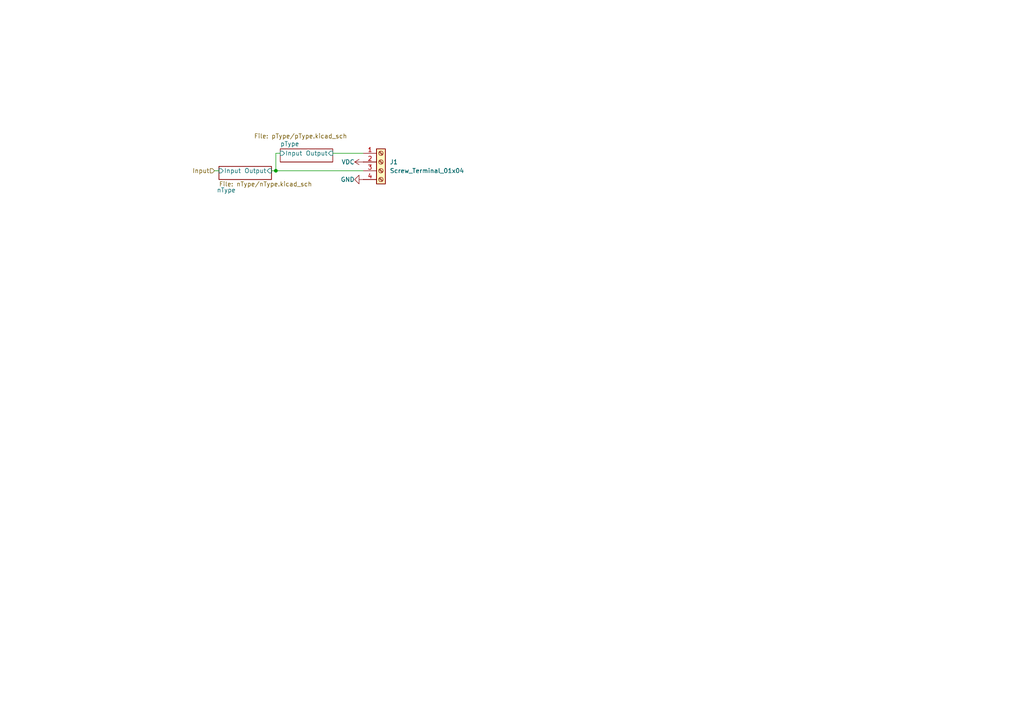
<source format=kicad_sch>
(kicad_sch (version 20231120) (generator "eeschema") (generator_version "8.0")
  (paper "A4")
  (lib_symbols
    (symbol "Connector:Screw_Terminal_01x04" (pin_names (offset 1.016) hide)
      (property "Reference" "J" (at 0 5.08 0))
      (property "Value" "Screw_Terminal_01x04" (at 0 -7.62 0))
      (symbol "Screw_Terminal_01x04_1_1"
        (rectangle (start -1.27 3.81) (end 1.27 -6.35) (stroke (width 0.254)) (fill (type background)))
        (circle (center 0 -5.08) (radius 0.635) (stroke (width 0.1524)))
        (circle (center 0 -2.54) (radius 0.635) (stroke (width 0.1524)))
        (polyline (pts (xy -0.5334 -4.7498) (xy 0.3302 -5.588)) (stroke (width 0.1524)))
        (polyline (pts (xy -0.5334 -2.2098) (xy 0.3302 -3.048)) (stroke (width 0.1524)))
        (polyline (pts (xy -0.5334 0.3302) (xy 0.3302 -0.508)) (stroke (width 0.1524)))
        (polyline (pts (xy -0.5334 2.8702) (xy 0.3302 2.032)) (stroke (width 0.1524)))
        (polyline (pts (xy -0.3556 -4.572) (xy 0.508 -5.4102)) (stroke (width 0.1524)))
        (polyline (pts (xy -0.3556 -2.032) (xy 0.508 -2.8702)) (stroke (width 0.1524)))
        (polyline (pts (xy -0.3556 0.508) (xy 0.508 -0.3302)) (stroke (width 0.1524)))
        (polyline (pts (xy -0.3556 3.048) (xy 0.508 2.2098)) (stroke (width 0.1524)))
        (circle (center 0 0) (radius 0.635) (stroke (width 0.1524)))
        (circle (center 0 2.54) (radius 0.635) (stroke (width 0.1524)))
        (pin passive line (at -5.08 2.54 0) (length 3.81) (name "Pin_1") (number "1"))
        (pin passive line (at -5.08 0 0) (length 3.81) (name "Pin_2") (number "2"))
        (pin passive line (at -5.08 -2.54 0) (length 3.81) (name "Pin_3") (number "3"))
        (pin passive line (at -5.08 -5.08 0) (length 3.81) (name "Pin_4") (number "4"))
      )
    )
    (symbol "power:GND" (power) (pin_numbers hide) (pin_names (offset 0) hide)
      (property "Value" "GND" (at 0 -3.81 0))
      (symbol "GND_0_1"
        (polyline (pts (xy 0 0) (xy 0 -1.27) (xy 1.27 -1.27) (xy 0 -2.54) (xy -1.27 -1.27) (xy 0 -1.27)))
      )
      (symbol "GND_1_1"
        (pin power_in line (at 0 0 270) (length 0) (name "~") (number "1"))
      )
    )
    (symbol "power:VDC" (power) (pin_numbers hide) (pin_names (offset 0) hide)
      (property "Value" "VDC" (at 0 3.556 0))
      (symbol "VDC_0_1"
        (polyline (pts (xy -0.762 1.27) (xy 0 2.54)))
        (polyline (pts (xy 0 0) (xy 0 2.54)))
        (polyline (pts (xy 0 2.54) (xy 0.762 1.27)))
      )
      (symbol "VDC_1_1"
        (pin power_in line (at 0 0 90) (length 0) (name "~") (number "1"))
      )
    )
  )
  (junction (at 80.01 49.53))
  (wire (pts (xy 80.01 49.53) (xy 105.41 49.53)))
  (wire (pts (xy 80.01 44.45) (xy 81.28 44.45)))
  (wire (pts (xy 78.74 49.53) (xy 80.01 49.53)))
  (wire (pts (xy 96.52 44.45) (xy 105.41 44.45)))
  (wire (pts (xy 80.01 44.45) (xy 80.01 49.53)))
  (wire (pts (xy 62.23 49.53) (xy 63.5 49.53)))
  (hierarchical_label "Input" (shape input) (at 62.23 49.53 180))
  (symbol (lib_id "power:GND") (at 105.41 52.07 270) (unit 1)
    (property "Reference" "#PWR02" (effects (hide yes)))
    (property "Value" "GND" (at 102.87 52.07 90) (effects (justify right)))
    (property "Description" "Power symbol creates a global label with name \"GND\" , ground" (effects (hide yes)))
  )
  (symbol (lib_id "Connector:Screw_Terminal_01x04") (at 110.49 46.99 0) (unit 1)
    (property "Reference" "J1" (at 113.03 46.9899 0) (effects (justify left)))
    (property "Value" "Screw_Terminal_01x04" (at 113.03 49.5299 0) (effects (justify left)))
    (property "Footprint" "TerminalBlock:TerminalBlock_bornier-4_P5.08mm" (effects (hide yes)))
    (property "Description" "Generic screw terminal, single row, 01x04, script generated (kicad-library-utils/schlib/autogen/connector/)" (effects (hide yes)))
  )
  (symbol (lib_id "power:VDC") (at 105.41 46.99 90) (unit 1)
    (property "Reference" "#PWR01" (effects (hide yes)))
    (property "Value" "VDC" (at 102.87 46.99 90) (effects (justify left)))
    (property "Description" "Power symbol creates a global label with name \"VDC\"" (effects (hide yes)))
  )
  (sheet (at 81.28 43.18) (size 15.24 3.81) (stroke (width 0.1524))
    (property "Sheetname" "pType" (at 81.28 42.4684 0) (effects (justify left bottom)))
    (property "Sheetfile" "pType/pType.kicad_sch" (at 73.66 38.735 0) (effects (justify left top)))
    (pin "Output" input (at 96.52 44.45 0))
    (pin "Input" input (at 81.28 44.45 180))
  )
  (sheet (at 63.5 48.26) (size 15.24 3.81) (stroke (width 0.1524))
    (property "Sheetname" "nType" (at 62.865 55.88 0) (effects (justify left bottom)))
    (property "Sheetfile" "nType/nType.kicad_sch" (at 63.5 52.6546 0) (effects (justify left top)))
    (pin "Output" input (at 78.74 49.53 0))
    (pin "Input" input (at 63.5 49.53 180))
  )
)
</source>
